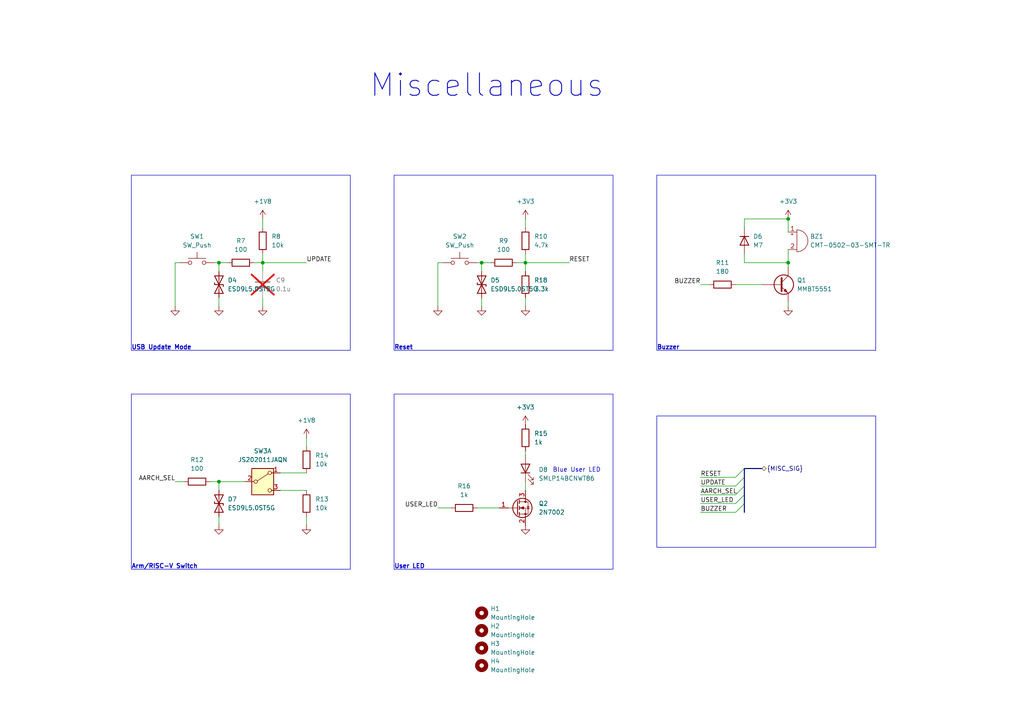
<source format=kicad_sch>
(kicad_sch (version 20250114) (generator "eeschema") (generator_version "9.0")
  (paper "A4")
  (title_block (title "${BOARD_NAME}") (date "${RELEASE_DATE}") (rev "${REVISION}") (company "${COMPANY}") (comment 1 "${VARIANT}"))
  (lib_symbols
    (symbol "Device:Buzzer" (pin_names (offset 0.0254) (hide yes))
      (property "Reference" "BZ" (at 3.81 1.27 0))
      (property "Value" "Buzzer" (at 3.81 -1.27 0))
      (symbol "Buzzer_0_1"
        (polyline (pts (xy -1.651 1.905) (xy -1.143 1.905)))
        (polyline (pts (xy -1.397 2.159) (xy -1.397 1.651)))
        (arc (start 0 3.175) (mid 3.1612 0) (end 0 -3.175))
        (polyline (pts (xy 0 3.175) (xy 0 -3.175)))
      )
      (symbol "Buzzer_1_1"
        (pin passive line (at -2.54 2.54 0) (length 2.54) (name "+") (number "1"))
        (pin passive line (at -2.54 -2.54 0) (length 2.54) (name "-") (number "2"))
      )
    )
    (symbol "Device:C" (pin_numbers (hide yes)) (pin_names (offset 0.254))
      (property "Reference" "C" (at 0.635 2.54 0))
      (property "Value" "C" (at 0.635 -2.54 0))
      (symbol "C_0_1"
        (polyline (pts (xy -2.032 0.762) (xy 2.032 0.762)) (stroke (width 0.508)))
        (polyline (pts (xy -2.032 -0.762) (xy 2.032 -0.762)) (stroke (width 0.508)))
      )
      (symbol "C_1_1"
        (pin passive line (at 0 3.81 270) (length 2.794) (name "~") (number "1"))
        (pin passive line (at 0 -3.81 90) (length 2.794) (name "~") (number "2"))
      )
    )
    (symbol "Device:D" (pin_numbers (hide yes)) (pin_names (offset 1.016) (hide yes))
      (property "Reference" "D" (at 0 2.54 0))
      (property "Value" "D" (at 0 -2.54 0))
      (symbol "D_0_1"
        (polyline (pts (xy -1.27 1.27) (xy -1.27 -1.27)) (stroke (width 0.254)))
        (polyline (pts (xy 1.27 1.27) (xy 1.27 -1.27) (xy -1.27 0) (xy 1.27 1.27)) (stroke (width 0.254)))
        (polyline (pts (xy 1.27 0) (xy -1.27 0)))
      )
      (symbol "D_1_1"
        (pin passive line (at -3.81 0 0) (length 2.54) (name "K") (number "1"))
        (pin passive line (at 3.81 0 180) (length 2.54) (name "A") (number "2"))
      )
    )
    (symbol "Device:D_TVS" (pin_numbers (hide yes)) (pin_names (offset 1.016) (hide yes))
      (property "Reference" "D" (at 0 2.54 0))
      (property "Value" "D_TVS" (at 0 -2.54 0))
      (symbol "D_TVS_0_1"
        (polyline (pts (xy -2.54 1.27) (xy -2.54 -1.27) (xy 2.54 1.27) (xy 2.54 -1.27) (xy -2.54 1.27)) (stroke (width 0.254)))
        (polyline (pts (xy 0.508 1.27) (xy 0 1.27) (xy 0 -1.27) (xy -0.508 -1.27)) (stroke (width 0.254)))
        (polyline (pts (xy 1.27 0) (xy -1.27 0)))
      )
      (symbol "D_TVS_1_1"
        (pin passive line (at -3.81 0 0) (length 2.54) (name "A1") (number "1"))
        (pin passive line (at 3.81 0 180) (length 2.54) (name "A2") (number "2"))
      )
    )
    (symbol "Device:LED" (pin_numbers (hide yes)) (pin_names (offset 1.016) (hide yes))
      (property "Reference" "D" (at 0 2.54 0))
      (property "Value" "LED" (at 0 -2.54 0))
      (symbol "LED_0_1"
        (polyline (pts (xy -3.048 -0.762) (xy -4.572 -2.286) (xy -3.81 -2.286) (xy -4.572 -2.286) (xy -4.572 -1.524)))
        (polyline (pts (xy -1.778 -0.762) (xy -3.302 -2.286) (xy -2.54 -2.286) (xy -3.302 -2.286) (xy -3.302 -1.524)))
        (polyline (pts (xy -1.27 0) (xy 1.27 0)))
        (polyline (pts (xy -1.27 -1.27) (xy -1.27 1.27)) (stroke (width 0.254)))
        (polyline (pts (xy 1.27 -1.27) (xy 1.27 1.27) (xy -1.27 0) (xy 1.27 -1.27)) (stroke (width 0.254)))
      )
      (symbol "LED_1_1"
        (pin passive line (at -3.81 0 0) (length 2.54) (name "K") (number "1"))
        (pin passive line (at 3.81 0 180) (length 2.54) (name "A") (number "2"))
      )
    )
    (symbol "Device:Q_NPN" (pin_numbers (hide yes)) (pin_names (offset 0) (hide yes))
      (property "Reference" "Q" (at 5.08 1.27 0))
      (property "Value" "Q_NPN" (at 5.08 -1.27 0))
      (symbol "Q_NPN_0_1"
        (polyline (pts (xy -2.54 0) (xy 0.635 0)))
        (polyline (pts (xy 0.635 1.905) (xy 0.635 -1.905)) (stroke (width 0.508)))
        (polyline (pts (xy 0.635 0.635) (xy 2.54 2.54)))
        (polyline (pts (xy 0.635 -0.635) (xy 2.54 -2.54)))
        (circle (center 1.27 0) (radius 2.8194) (stroke (width 0.254)))
        (polyline (pts (xy 1.27 -1.778) (xy 1.778 -1.27) (xy 2.286 -2.286) (xy 1.27 -1.778)) (fill (type outline)))
      )
      (symbol "Q_NPN_1_1"
        (pin input line (at -5.08 0 0) (length 2.54) (name "B") (number "B"))
        (pin passive line (at 2.54 5.08 270) (length 2.54) (name "C") (number "C"))
        (pin passive line (at 2.54 -5.08 90) (length 2.54) (name "E") (number "E"))
      )
    )
    (symbol "Device:R" (pin_numbers (hide yes)) (pin_names (offset 0))
      (property "Reference" "R" (at 2.032 0 90))
      (property "Value" "R" (at 0 0 90))
      (symbol "R_0_1"
        (rectangle (start -1.016 -2.54) (end 1.016 2.54) (stroke (width 0.254)))
      )
      (symbol "R_1_1"
        (pin passive line (at 0 3.81 270) (length 1.27) (name "~") (number "1"))
        (pin passive line (at 0 -3.81 90) (length 1.27) (name "~") (number "2"))
      )
    )
    (symbol "Mechanical:MountingHole" (pin_names (offset 1.016)) (in_bom no)
      (property "Reference" "H" (at 0 5.08 0))
      (property "Value" "MountingHole" (at 0 3.175 0))
      (symbol "MountingHole_0_1"
        (circle (center 0 0) (radius 1.27) (stroke (width 1.27)))
      )
    )
    (symbol "Switch:SW_DPDT_x2" (pin_names (offset 0) (hide yes))
      (property "Reference" "SW" (at 0 5.08 0))
      (property "Value" "SW_DPDT_x2" (at 0 -5.08 0))
      (symbol "SW_DPDT_x2_0_0"
        (circle (center -2.032 0) (radius 0.508))
        (circle (center 2.032 -2.54) (radius 0.508))
      )
      (symbol "SW_DPDT_x2_0_1"
        (rectangle (start -3.175 3.81) (end 3.175 -3.81) (stroke (width 0.254)) (fill (type background)))
        (polyline (pts (xy -1.524 0.254) (xy 1.5748 2.286)))
        (circle (center 2.032 2.54) (radius 0.508))
      )
      (symbol "SW_DPDT_x2_1_1"
        (pin passive line (at -5.08 0 0) (length 2.54) (name "B") (number "2"))
        (pin passive line (at 5.08 2.54 180) (length 2.54) (name "A") (number "1"))
        (pin passive line (at 5.08 -2.54 180) (length 2.54) (name "C") (number "3"))
      )
      (symbol "SW_DPDT_x2_2_1"
        (pin passive line (at -5.08 0 0) (length 2.54) (name "B") (number "5"))
        (pin passive line (at 5.08 2.54 180) (length 2.54) (name "A") (number "4"))
        (pin passive line (at 5.08 -2.54 180) (length 2.54) (name "C") (number "6"))
      )
    )
    (symbol "Switch:SW_Push" (pin_numbers (hide yes)) (pin_names (offset 1.016) (hide yes))
      (property "Reference" "SW" (at 1.27 2.54 0))
      (property "Value" "SW_Push" (at 0 -1.524 0))
      (symbol "SW_Push_0_1"
        (circle (center -2.032 0) (radius 0.508))
        (polyline (pts (xy 0 1.27) (xy 0 3.048)))
        (circle (center 2.032 0) (radius 0.508))
        (polyline (pts (xy 2.54 1.27) (xy -2.54 1.27)))
        (pin passive line (at -5.08 0 0) (length 2.54) (name "1") (number "1"))
        (pin passive line (at 5.08 0 180) (length 2.54) (name "2") (number "2"))
      )
    )
    (symbol "Transistor_FET:2N7002" (pin_names (offset 0) (hide yes))
      (property "Reference" "Q" (at 5.08 1.905 0))
      (property "Value" "2N7002" (at 5.08 0 0))
      (symbol "2N7002_0_1"
        (polyline (pts (xy 0.254 1.905) (xy 0.254 -1.905)) (stroke (width 0.254)))
        (polyline (pts (xy 0.254 0) (xy -2.54 0)))
        (polyline (pts (xy 0.762 2.286) (xy 0.762 1.27)) (stroke (width 0.254)))
        (polyline (pts (xy 0.762 0.508) (xy 0.762 -0.508)) (stroke (width 0.254)))
        (polyline (pts (xy 0.762 -1.27) (xy 0.762 -2.286)) (stroke (width 0.254)))
        (polyline (pts (xy 0.762 -1.778) (xy 3.302 -1.778) (xy 3.302 1.778) (xy 0.762 1.778)))
        (polyline (pts (xy 1.016 0) (xy 2.032 0.381) (xy 2.032 -0.381) (xy 1.016 0)) (fill (type outline)))
        (circle (center 1.651 0) (radius 2.794) (stroke (width 0.254)))
        (polyline (pts (xy 2.54 2.54) (xy 2.54 1.778)))
        (circle (center 2.54 1.778) (radius 0.254) (fill (type outline)))
        (circle (center 2.54 -1.778) (radius 0.254) (fill (type outline)))
        (polyline (pts (xy 2.54 -2.54) (xy 2.54 0) (xy 0.762 0)))
        (polyline (pts (xy 2.921 0.381) (xy 3.683 0.381)))
        (polyline (pts (xy 3.302 0.381) (xy 2.921 -0.254) (xy 3.683 -0.254) (xy 3.302 0.381)))
      )
      (symbol "2N7002_1_1"
        (pin input line (at -5.08 0 0) (length 2.54) (name "G") (number "1"))
        (pin passive line (at 2.54 5.08 270) (length 2.54) (name "D") (number "3"))
        (pin passive line (at 2.54 -5.08 90) (length 2.54) (name "S") (number "2"))
      )
    )
    (symbol "power:+1V8" (power) (pin_numbers (hide yes)) (pin_names (offset 0) (hide yes))
      (property "Value" "+1V8" (at 0 3.556 0))
      (symbol "+1V8_0_1"
        (polyline (pts (xy -0.762 1.27) (xy 0 2.54)))
        (polyline (pts (xy 0 2.54) (xy 0.762 1.27)))
        (polyline (pts (xy 0 0) (xy 0 2.54)))
      )
      (symbol "+1V8_1_1"
        (pin power_in line (at 0 0 90) (length 0) (name "~") (number "1"))
      )
    )
    (symbol "power:+3V3" (power) (pin_numbers (hide yes)) (pin_names (offset 0) (hide yes))
      (property "Value" "+3V3" (at 0 3.556 0))
      (symbol "+3V3_0_1"
        (polyline (pts (xy -0.762 1.27) (xy 0 2.54)))
        (polyline (pts (xy 0 2.54) (xy 0.762 1.27)))
        (polyline (pts (xy 0 0) (xy 0 2.54)))
      )
      (symbol "+3V3_1_1"
        (pin power_in line (at 0 0 90) (length 0) (name "~") (number "1"))
      )
    )
    (symbol "power:GND" (power) (pin_numbers (hide yes)) (pin_names (offset 0) (hide yes))
      (property "Value" "GND" (at 0 -3.81 0))
      (symbol "GND_0_1"
        (polyline (pts (xy 0 0) (xy 0 -1.27) (xy 1.27 -1.27) (xy 0 -2.54) (xy -1.27 -1.27) (xy 0 -1.27)))
      )
      (symbol "GND_1_1"
        (pin power_in line (at 0 0 270) (length 0) (name "~") (number "1"))
      )
    )
  )
  (bus_alias "MISC_SIG" (members "UPDATE" "RESET" "AARCH_SEL" "USER_LED" "BUZZER"))
  (rectangle (start 38.1 50.8) (end 101.6 101.6))
  (rectangle (start 190.5 50.8) (end 254 101.6))
  (rectangle (start 190.5 120.65) (end 254 158.75))
  (rectangle (start 114.3 114.3) (end 177.8 165.1))
  (rectangle (start 114.3 50.8) (end 177.8 101.6))
  (rectangle (start 38.1 114.3) (end 101.6 165.1))
  (text "Buzzer" (at 190.5 101.6 0) (effects (font (size 1.27 1.27) (thickness 0.254) (bold yes)) (justify left bottom)))
  (text "USB Update Mode" (at 38.1 101.6 0) (effects (font (size 1.27 1.27) (thickness 0.254) (bold yes)) (justify left bottom)))
  (text "User LED" (at 114.3 165.1 0) (effects (font (size 1.27 1.27) (thickness 0.254) (bold yes)) (justify left bottom)))
  (text "Reset" (at 114.3 101.6 0) (effects (font (size 1.27 1.27) (thickness 0.254) (bold yes)) (justify left bottom)))
  (text "Blue User LED" (at 160.274 136.398 0) (effects (font (size 1.27 1.27)) (justify left)))
  (text "Arm/RISC-V Switch" (at 38.1 165.1 0) (effects (font (size 1.27 1.27) (thickness 0.254) (bold yes)) (justify left bottom)))
  (text "Miscellaneous" (at 141.224 24.892 0) (effects (font (size 6.5024 6.5024) (thickness 0.254) (bold yes))))
  (junction (at 139.7 76.2))
  (junction (at 228.6 63.5))
  (junction (at 152.4 76.2))
  (junction (at 76.2 76.2))
  (junction (at 228.6 76.2))
  (junction (at 63.5 76.2))
  (junction (at 63.5 139.7))
  (bus_entry (at 215.9 140.97) (size -2.54 2.54))
  (bus_entry (at 215.9 138.43) (size -2.54 2.54))
  (bus_entry (at 215.9 146.05) (size -2.54 2.54))
  (bus_entry (at 215.9 143.51) (size -2.54 2.54))
  (bus_entry (at 215.9 135.89) (size -2.54 2.54))
  (bus (pts (xy 215.9 135.89) (xy 215.9 138.43)))
  (wire (pts (xy 63.5 78.74) (xy 63.5 76.2)))
  (wire (pts (xy 50.8 88.9) (xy 50.8 76.2)))
  (wire (pts (xy 139.7 78.74) (xy 139.7 76.2)))
  (wire (pts (xy 213.36 82.55) (xy 220.98 82.55)))
  (wire (pts (xy 228.6 76.2) (xy 228.6 77.47)))
  (wire (pts (xy 203.2 138.43) (xy 213.36 138.43)))
  (bus (pts (xy 220.98 135.89) (xy 215.9 135.89)))
  (wire (pts (xy 203.2 148.59) (xy 213.36 148.59)))
  (wire (pts (xy 76.2 63.5) (xy 76.2 66.04)))
  (wire (pts (xy 228.6 88.9) (xy 228.6 87.63)))
  (bus (pts (xy 215.9 143.51) (xy 215.9 146.05)))
  (bus (pts (xy 215.9 140.97) (xy 215.9 143.51)))
  (wire (pts (xy 165.1 76.2) (xy 152.4 76.2)))
  (wire (pts (xy 63.5 142.24) (xy 63.5 139.7)))
  (wire (pts (xy 76.2 88.9) (xy 76.2 86.36)))
  (wire (pts (xy 63.5 139.7) (xy 71.12 139.7)))
  (wire (pts (xy 152.4 139.7) (xy 152.4 142.24)))
  (wire (pts (xy 76.2 76.2) (xy 76.2 73.66)))
  (wire (pts (xy 152.4 63.5) (xy 152.4 66.04)))
  (wire (pts (xy 203.2 82.55) (xy 205.74 82.55)))
  (wire (pts (xy 138.43 147.32) (xy 144.78 147.32)))
  (wire (pts (xy 63.5 76.2) (xy 66.04 76.2)))
  (wire (pts (xy 50.8 139.7) (xy 53.34 139.7)))
  (wire (pts (xy 139.7 76.2) (xy 142.24 76.2)))
  (wire (pts (xy 203.2 143.51) (xy 213.36 143.51)))
  (wire (pts (xy 149.86 76.2) (xy 152.4 76.2)))
  (wire (pts (xy 152.4 76.2) (xy 152.4 73.66)))
  (wire (pts (xy 63.5 88.9) (xy 63.5 86.36)))
  (wire (pts (xy 139.7 88.9) (xy 139.7 86.36)))
  (wire (pts (xy 63.5 152.4) (xy 63.5 149.86)))
  (wire (pts (xy 88.9 152.4) (xy 88.9 149.86)))
  (wire (pts (xy 127 76.2) (xy 128.27 76.2)))
  (wire (pts (xy 152.4 88.9) (xy 152.4 86.36)))
  (wire (pts (xy 127 147.32) (xy 130.81 147.32)))
  (wire (pts (xy 228.6 76.2) (xy 228.6 72.39)))
  (wire (pts (xy 203.2 140.97) (xy 213.36 140.97)))
  (wire (pts (xy 203.2 146.05) (xy 213.36 146.05)))
  (wire (pts (xy 88.9 76.2) (xy 76.2 76.2)))
  (wire (pts (xy 73.66 76.2) (xy 76.2 76.2)))
  (wire (pts (xy 215.9 73.66) (xy 215.9 76.2)))
  (wire (pts (xy 138.43 76.2) (xy 139.7 76.2)))
  (wire (pts (xy 60.96 139.7) (xy 63.5 139.7)))
  (wire (pts (xy 228.6 63.5) (xy 228.6 67.31)))
  (wire (pts (xy 215.9 76.2) (xy 228.6 76.2)))
  (wire (pts (xy 152.4 132.08) (xy 152.4 130.81)))
  (wire (pts (xy 76.2 78.74) (xy 76.2 76.2)))
  (wire (pts (xy 215.9 66.04) (xy 215.9 63.5)))
  (wire (pts (xy 81.28 142.24) (xy 88.9 142.24)))
  (wire (pts (xy 152.4 78.74) (xy 152.4 76.2)))
  (bus (pts (xy 215.9 138.43) (xy 215.9 140.97)))
  (wire (pts (xy 81.28 137.16) (xy 88.9 137.16)))
  (wire (pts (xy 215.9 63.5) (xy 228.6 63.5)))
  (bus (pts (xy 215.9 146.05) (xy 215.9 148.59)))
  (wire (pts (xy 127 88.9) (xy 127 76.2)))
  (wire (pts (xy 50.8 76.2) (xy 52.07 76.2)))
  (wire (pts (xy 62.23 76.2) (xy 63.5 76.2)))
  (wire (pts (xy 88.9 127) (xy 88.9 129.54)))
  (label "RESET" (at 165.1 76.2 0))
  (label "USER_LED" (at 127 147.32 180))
  (label "USER_LED" (at 203.2 146.05 0))
  (label "BUZZER" (at 203.2 148.59 0))
  (label "AARCH_SEL" (at 50.8 139.7 180))
  (label "UPDATE" (at 88.9 76.2 0))
  (label "UPDATE" (at 203.2 140.97 0))
  (label "BUZZER" (at 203.2 82.55 180))
  (label "AARCH_SEL" (at 203.2 143.51 0))
  (label "RESET" (at 203.2 138.43 0))
  (hierarchical_label "{MISC_SIG}" (shape bidirectional) (at 220.98 135.89 0))
  (symbol (lib_id "Device:D_TVS") (at 139.7 82.55 90) (unit 1)
    (property "Reference" "D5" (at 142.24 81.2799 90) (effects (justify right)))
    (property "Value" "ESD9L5.0ST5G" (at 142.24 83.8199 90) (effects (justify right)))
    (property "Footprint" "Diode_SMD:D_SOD-923" (effects (hide yes)))
    (property "Datasheet" "https://www.onsemi.com/pdf/datasheet/esd9l-d.pdf" (effects (hide yes)))
    (property "Description" "Bidirectional transient-voltage-suppression diode" (effects (hide yes)))
    (property "JLC Part Type" "Extended" (effects (hide yes)))
    (property "Manafacturer" "onsemi" (effects (hide yes)))
    (property "Part Number" "ESD9L5.0ST5G " (effects (hide yes)))
  )
  (symbol (lib_id "Device:Q_NPN") (at 226.06 82.55 0) (unit 1)
    (property "Reference" "Q1" (at 231.14 81.2799 0) (effects (justify left)))
    (property "Value" "MMBT5551" (at 231.14 83.8199 0) (effects (justify left)))
    (property "Footprint" "Package_TO_SOT_SMD:SOT-23" (effects (hide yes)))
    (property "Datasheet" "https://diotec.com/request/datasheet/mmbt5551.pdf" (effects (hide yes)))
    (property "Description" "NPN bipolar junction transistor" (effects (hide yes)))
    (property "JLC Part Type" "Basic" (effects (hide yes)))
    (property "Manafacturer" "Diotec Semiconductor" (effects (hide yes)))
    (property "Part Number" "MMBT5551" (effects (hide yes)))
  )
  (symbol (lib_id "Device:Buzzer") (at 231.14 69.85 0) (unit 1)
    (property "Reference" "BZ1" (at 234.95 68.5799 0) (effects (justify left)))
    (property "Value" "CMT-0502-03-SMT-TR" (at 234.95 71.1199 0) (effects (justify left)))
    (property "Footprint" "CMT-0502-03-SMT-TR:XDCR_CMT-0502-03-SMT-TR" (effects (hide yes)))
    (property "Datasheet" "https://www.mouser.com/datasheet/3/6118/1/cmt_0502_03_smt_tr.pdf" (effects (hide yes)))
    (property "Description" "Buzzer, polarized" (effects (hide yes)))
    (property "Manafacturer" "Same Sky" (effects (hide yes)))
    (property "Part Number" "CMT-0502-03-SMT-TR" (effects (hide yes)))
  )
  (symbol (lib_id "power:GND") (at 127 88.9 0) (unit 1)
    (property "Reference" "#PWR032" (effects (hide yes)))
    (property "Value" "GND" (effects (hide yes)))
    (property "Description" "Power symbol creates a global label with name \"GND\" , ground" (effects (hide yes)))
  )
  (symbol (lib_id "Device:D") (at 215.9 69.85 270) (unit 1)
    (property "Reference" "D6" (at 218.44 68.5799 90) (effects (justify left)))
    (property "Value" "M7" (at 218.44 71.1199 90) (effects (justify left)))
    (property "Footprint" "Diode_SMD:D_SMA" (effects (hide yes)))
    (property "Datasheet" "https://diotec.com/request/datasheet/m1.pdf" (effects (hide yes)))
    (property "Description" "Diode" (effects (hide yes)))
    (property "Sim.Device" "D" (effects (hide yes)))
    (property "Sim.Pins" "1=K 2=A" (effects (hide yes)))
    (property "Manafacturer" "Diotec Semiconductor" (effects (hide yes)))
    (property "Part Number" "M7" (effects (hide yes)))
    (property "JLC Part Type" "Basic" (effects (hide yes)))
  )
  (symbol (lib_id "Switch:SW_DPDT_x2") (at 76.2 139.7 0) (unit 1)
    (property "Reference" "SW3" (at 76.2 130.81 0))
    (property "Value" "JS202011JAQN" (at 76.2 133.35 0))
    (property "Footprint" "Button_Switch_THT:SW_CK_JS202011AQN_DPDT_Angled" (effects (hide yes)))
    (property "Datasheet" "https://www.ckswitches.com/media/1422/js.pdf" (effects (hide yes)))
    (property "Description" "Switch, dual pole double throw, separate symbols" (effects (hide yes)))
    (property "Manafacturer" "C&K" (effects (hide yes)))
    (property "Part Number" "JS202011JAQN" (effects (hide yes)))
    (property "JLC Part Type" "Extended" (effects (hide yes)))
  )
  (symbol (lib_id "power:+1V8") (at 76.2 63.5 0) (unit 1)
    (property "Reference" "#PWR031" (effects (hide yes)))
    (property "Value" "+1V8" (at 76.2 58.42 0))
    (property "Description" "Power symbol creates a global label with name \"+1V8\"" (effects (hide yes)))
  )
  (symbol (lib_id "Device:R") (at 152.4 69.85 180) (unit 1)
    (property "Reference" "R10" (at 154.94 68.5799 0) (effects (justify right)))
    (property "Value" "4.7k" (at 154.94 71.1199 0) (effects (justify right)))
    (property "Footprint" "Resistor_SMD:R_0402_1005Metric_Pad0.72x0.64mm_HandSolder" (effects (hide yes)))
    (property "Datasheet" "https://www.mouser.com/datasheet/3/5925/1/1.pdf" (effects (hide yes)))
    (property "Description" "Resistor" (effects (hide yes)))
    (property "JLC Part Type" "Basic" (effects (hide yes)))
    (property "Manafacturer" "Royalohm" (effects (hide yes)))
    (property "Part Number" "0402WGF4701TCE" (effects (hide yes)))
  )
  (symbol (lib_id "Device:R") (at 76.2 69.85 180) (unit 1)
    (property "Reference" "R8" (at 78.74 68.5799 0) (effects (justify right)))
    (property "Value" "10k" (at 78.74 71.1199 0) (effects (justify right)))
    (property "Footprint" "Resistor_SMD:R_0402_1005Metric_Pad0.72x0.64mm_HandSolder" (effects (hide yes)))
    (property "Datasheet" "https://www.mouser.com/datasheet/3/5925/1/1.pdf" (effects (hide yes)))
    (property "Description" "Resistor" (effects (hide yes)))
    (property "JLC Part Type" "Basic" (effects (hide yes)))
    (property "Manafacturer" "Royalohm" (effects (hide yes)))
    (property "Part Number" "0402WGJ0103TCE" (effects (hide yes)))
  )
  (symbol (lib_id "power:+3V3") (at 152.4 123.19 0) (unit 1)
    (property "Reference" "#PWR042" (effects (hide yes)))
    (property "Value" "+3V3" (at 152.4 118.11 0))
    (property "Description" "Power symbol creates a global label with name \"+3V3\"" (effects (hide yes)))
  )
  (symbol (lib_id "power:GND") (at 88.9 152.4 0) (unit 1)
    (property "Reference" "#PWR039" (effects (hide yes)))
    (property "Value" "GND" (effects (hide yes)))
    (property "Description" "Power symbol creates a global label with name \"GND\" , ground" (effects (hide yes)))
  )
  (symbol (lib_id "Transistor_FET:2N7002") (at 149.86 147.32 0) (unit 1)
    (property "Reference" "Q2" (at 156.21 146.0499 0) (effects (justify left)))
    (property "Value" "2N7002" (at 156.21 148.5899 0) (effects (justify left)))
    (property "Footprint" "Package_TO_SOT_SMD:SOT-23" (effects (hide yes)))
    (property "Datasheet" "https://www.onsemi.com/pub/Collateral/NDS7002A-D.PDF" (effects (hide yes)))
    (property "Description" "0.115A Id, 60V Vds, N-Channel MOSFET, SOT-23" (effects (hide yes)))
    (property "JLC Part Type" "Basic" (effects (hide yes)))
    (property "Manafacturer" "onsemi / Fairchild" (effects (hide yes)))
    (property "Part Number" "2N7002" (effects (hide yes)))
  )
  (symbol (lib_id "Mechanical:MountingHole") (at 139.7 193.04 0) (unit 1) (in_bom no)
    (property "Reference" "H4" (at 142.24 191.7699 0) (effects (justify left)))
    (property "Value" "MountingHole" (at 142.24 194.3099 0) (effects (justify left)))
    (property "Footprint" "MountingHole:MountingHole_2.2mm_M2_DIN965_Pad" (effects (hide yes)))
    (property "Description" "Mounting Hole without connection" (effects (hide yes)))
  )
  (symbol (lib_id "Device:D_TVS") (at 63.5 82.55 90) (unit 1)
    (property "Reference" "D4" (at 66.04 81.2799 90) (effects (justify right)))
    (property "Value" "ESD9L5.0ST5G" (at 66.04 83.8199 90) (effects (justify right)))
    (property "Footprint" "Diode_SMD:D_SOD-923" (effects (hide yes)))
    (property "Datasheet" "https://www.onsemi.com/pdf/datasheet/esd9l-d.pdf" (effects (hide yes)))
    (property "Description" "Bidirectional transient-voltage-suppression diode" (effects (hide yes)))
    (property "JLC Part Type" "Extended" (effects (hide yes)))
    (property "Manafacturer" "onsemi" (effects (hide yes)))
    (property "Part Number" "ESD9L5.0ST5G " (effects (hide yes)))
  )
  (symbol (lib_id "power:GND") (at 76.2 88.9 0) (unit 1)
    (property "Reference" "#PWR030" (effects (hide yes)))
    (property "Value" "GND" (effects (hide yes)))
    (property "Description" "Power symbol creates a global label with name \"GND\" , ground" (effects (hide yes)))
  )
  (symbol (lib_id "Device:D_TVS") (at 63.5 146.05 90) (unit 1)
    (property "Reference" "D7" (at 66.04 144.7799 90) (effects (justify right)))
    (property "Value" "ESD9L5.0ST5G" (at 66.04 147.3199 90) (effects (justify right)))
    (property "Footprint" "Diode_SMD:D_SOD-923" (effects (hide yes)))
    (property "Datasheet" "https://www.onsemi.com/pdf/datasheet/esd9l-d.pdf" (effects (hide yes)))
    (property "Description" "Bidirectional transient-voltage-suppression diode" (effects (hide yes)))
    (property "JLC Part Type" "Extended" (effects (hide yes)))
    (property "Manafacturer" "onsemi" (effects (hide yes)))
    (property "Part Number" "ESD9L5.0ST5G " (effects (hide yes)))
  )
  (symbol (lib_id "power:+3V3") (at 228.6 63.5 0) (unit 1)
    (property "Reference" "#PWR036" (effects (hide yes)))
    (property "Value" "+3V3" (at 228.6 58.42 0))
    (property "Description" "Power symbol creates a global label with name \"+3V3\"" (effects (hide yes)))
  )
  (symbol (lib_id "Device:R") (at 152.4 82.55 180) (unit 1)
    (property "Reference" "R18" (at 154.94 81.2799 0) (effects (justify right)))
    (property "Value" "3.3k" (at 154.94 83.8199 0) (effects (justify right)))
    (property "Footprint" "Resistor_SMD:R_0402_1005Metric_Pad0.72x0.64mm_HandSolder" (effects (hide yes)))
    (property "Datasheet" "https://www.mouser.com/datasheet/3/5925/1/1.pdf" (effects (hide yes)))
    (property "Description" "Resistor" (effects (hide yes)))
    (property "JLC Part Type" "Basic" (effects (hide yes)))
    (property "Manafacturer" "Royalohm" (effects (hide yes)))
    (property "Part Number" "0402WGF3301TCE" (effects (hide yes)))
  )
  (symbol (lib_id "power:GND") (at 63.5 88.9 0) (unit 1)
    (property "Reference" "#PWR029" (effects (hide yes)))
    (property "Value" "GND" (effects (hide yes)))
    (property "Description" "Power symbol creates a global label with name \"GND\" , ground" (effects (hide yes)))
  )
  (symbol (lib_id "power:GND") (at 63.5 152.4 0) (unit 1)
    (property "Reference" "#PWR038" (effects (hide yes)))
    (property "Value" "GND" (effects (hide yes)))
    (property "Description" "Power symbol creates a global label with name \"GND\" , ground" (effects (hide yes)))
  )
  (symbol (lib_id "power:+3V3") (at 152.4 63.5 0) (unit 1)
    (property "Reference" "#PWR034" (effects (hide yes)))
    (property "Value" "+3V3" (at 152.4 58.42 0))
    (property "Description" "Power symbol creates a global label with name \"+3V3\"" (effects (hide yes)))
  )
  (symbol (lib_id "Switch:SW_Push") (at 133.35 76.2 0) (unit 1)
    (property "Reference" "SW2" (at 133.35 68.58 0))
    (property "Value" "SW_Push" (at 133.35 71.12 0))
    (property "Footprint" "Button_Switch_SMD:SW_Push_1P1T_NO_CK_KMR2" (effects (hide yes)))
    (property "Datasheet" "https://www.ckswitches.com/media/1479/kmr2.pdf" (effects (hide yes)))
    (property "Description" "Push button switch, generic, two pins" (effects (hide yes)))
    (property "Manafacturer" "C&K" (effects (hide yes)))
    (property "Part Number" "KMR211GLFS" (effects (hide yes)))
    (property "JLC Part Type" "Extended" (effects (hide yes)))
  )
  (symbol (lib_id "Device:R") (at 88.9 133.35 0) (unit 1)
    (property "Reference" "R14" (at 91.44 132.0799 0) (effects (justify left)))
    (property "Value" "10k" (at 91.44 134.6199 0) (effects (justify left)))
    (property "Footprint" "Resistor_SMD:R_0402_1005Metric_Pad0.72x0.64mm_HandSolder" (effects (hide yes)))
    (property "Datasheet" "https://www.mouser.com/datasheet/3/5925/1/1.pdf" (effects (hide yes)))
    (property "Description" "Resistor" (effects (hide yes)))
    (property "JLC Part Type" "Basic" (effects (hide yes)))
    (property "Manafacturer" "Royalohm" (effects (hide yes)))
    (property "Part Number" "0402WGJ0103TCE" (effects (hide yes)))
  )
  (symbol (lib_id "Device:C") (at 76.2 82.55 0) (unit 1) (dnp yes)
    (property "Reference" "C9" (at 80.01 81.2799 0) (effects (justify left)))
    (property "Value" "0.1u" (at 80.01 83.8199 0) (effects (justify left)))
    (property "Footprint" "Capacitor_SMD:C_0402_1005Metric" (effects (hide yes)))
    (property "Datasheet" "https://www.samsungsem.com/resources/file/global/support/product_catalog/MLCC.pdf" (effects (hide yes)))
    (property "Description" "Unpolarized capacitor" (effects (hide yes)))
    (property "JLC Part Type" "Basic" (effects (hide yes)))
    (property "Manafacturer" "Samsung Electro-Mechanics" (effects (hide yes)))
    (property "Part Number" "CL05B104KO5NNNC" (effects (hide yes)))
  )
  (symbol (lib_id "Device:R") (at 134.62 147.32 270) (unit 1)
    (property "Reference" "R16" (at 134.62 140.97 90))
    (property "Value" "1k" (at 134.62 143.51 90))
    (property "Footprint" "Resistor_SMD:R_0402_1005Metric_Pad0.72x0.64mm_HandSolder" (effects (hide yes)))
    (property "Datasheet" "https://www.mouser.com/datasheet/3/5925/1/1.pdf" (effects (hide yes)))
    (property "Description" "Resistor" (effects (hide yes)))
    (property "JLC Part Type" "Basic" (effects (hide yes)))
    (property "Manafacturer" "Royalohm" (effects (hide yes)))
    (property "Part Number" "0402WGF1001TCE" (effects (hide yes)))
  )
  (symbol (lib_id "Device:R") (at 88.9 146.05 0) (unit 1)
    (property "Reference" "R13" (at 91.44 144.7799 0) (effects (justify left)))
    (property "Value" "10k" (at 91.44 147.3199 0) (effects (justify left)))
    (property "Footprint" "Resistor_SMD:R_0402_1005Metric_Pad0.72x0.64mm_HandSolder" (effects (hide yes)))
    (property "Datasheet" "https://www.mouser.com/datasheet/3/5925/1/1.pdf" (effects (hide yes)))
    (property "Description" "Resistor" (effects (hide yes)))
    (property "JLC Part Type" "Basic" (effects (hide yes)))
    (property "Manafacturer" "Royalohm" (effects (hide yes)))
    (property "Part Number" "0402WGJ0103TCE" (effects (hide yes)))
  )
  (symbol (lib_id "power:GND") (at 152.4 152.4 0) (unit 1)
    (property "Reference" "#PWR041" (effects (hide yes)))
    (property "Value" "GND" (effects (hide yes)))
    (property "Description" "Power symbol creates a global label with name \"GND\" , ground" (effects (hide yes)))
  )
  (symbol (lib_id "power:GND") (at 139.7 88.9 0) (unit 1)
    (property "Reference" "#PWR033" (effects (hide yes)))
    (property "Value" "GND" (effects (hide yes)))
    (property "Description" "Power symbol creates a global label with name \"GND\" , ground" (effects (hide yes)))
  )
  (symbol (lib_id "Device:R") (at 57.15 139.7 90) (unit 1)
    (property "Reference" "R12" (at 57.15 133.35 90))
    (property "Value" "100" (at 57.15 135.89 90))
    (property "Footprint" "Resistor_SMD:R_0402_1005Metric_Pad0.72x0.64mm_HandSolder" (effects (hide yes)))
    (property "Datasheet" "https://www.mouser.com/datasheet/3/5925/1/1.pdf" (effects (hide yes)))
    (property "Description" "Resistor" (effects (hide yes)))
    (property "JLC Part Type" "Basic" (effects (hide yes)))
    (property "Manafacturer" "Royalohm" (effects (hide yes)))
    (property "Part Number" "0402WGF1000TCE" (effects (hide yes)))
  )
  (symbol (lib_id "Mechanical:MountingHole") (at 139.7 177.8 0) (unit 1) (in_bom no)
    (property "Reference" "H1" (at 142.24 176.5299 0) (effects (justify left)))
    (property "Value" "MountingHole" (at 142.24 179.0699 0) (effects (justify left)))
    (property "Footprint" "MountingHole:MountingHole_2.2mm_M2_DIN965_Pad" (effects (hide yes)))
    (property "Description" "Mounting Hole without connection" (effects (hide yes)))
  )
  (symbol (lib_id "Device:R") (at 152.4 127 180) (unit 1)
    (property "Reference" "R15" (at 154.94 125.7299 0) (effects (justify right)))
    (property "Value" "1k" (at 154.94 128.2699 0) (effects (justify right)))
    (property "Footprint" "Resistor_SMD:R_0402_1005Metric_Pad0.72x0.64mm_HandSolder" (effects (hide yes)))
    (property "Datasheet" "https://www.mouser.com/datasheet/3/5925/1/1.pdf" (effects (hide yes)))
    (property "Description" "Resistor" (effects (hide yes)))
    (property "JLC Part Type" "Basic" (effects (hide yes)))
    (property "Manafacturer" "Royalohm" (effects (hide yes)))
    (property "Part Number" "0402WGF1001TCE" (effects (hide yes)))
  )
  (symbol (lib_id "power:GND") (at 50.8 88.9 0) (unit 1)
    (property "Reference" "#PWR028" (effects (hide yes)))
    (property "Value" "GND" (effects (hide yes)))
    (property "Description" "Power symbol creates a global label with name \"GND\" , ground" (effects (hide yes)))
  )
  (symbol (lib_id "power:+1V8") (at 88.9 127 0) (unit 1)
    (property "Reference" "#PWR040" (effects (hide yes)))
    (property "Value" "+1V8" (at 88.9 121.92 0))
    (property "Description" "Power symbol creates a global label with name \"+1V8\"" (effects (hide yes)))
  )
  (symbol (lib_id "power:GND") (at 152.4 88.9 0) (unit 1)
    (property "Reference" "#PWR035" (effects (hide yes)))
    (property "Value" "GND" (effects (hide yes)))
    (property "Description" "Power symbol creates a global label with name \"GND\" , ground" (effects (hide yes)))
  )
  (symbol (lib_id "Device:R") (at 69.85 76.2 90) (unit 1)
    (property "Reference" "R7" (at 69.85 69.85 90))
    (property "Value" "100" (at 69.85 72.39 90))
    (property "Footprint" "Resistor_SMD:R_0402_1005Metric_Pad0.72x0.64mm_HandSolder" (effects (hide yes)))
    (property "Datasheet" "https://www.mouser.com/datasheet/3/5925/1/1.pdf" (effects (hide yes)))
    (property "Description" "Resistor" (effects (hide yes)))
    (property "JLC Part Type" "Basic" (effects (hide yes)))
    (property "Manafacturer" "Royalohm" (effects (hide yes)))
    (property "Part Number" "0402WGF1000TCE" (effects (hide yes)))
  )
  (symbol (lib_id "Device:LED") (at 152.4 135.89 90) (unit 1)
    (property "Reference" "D8" (at 156.21 136.2074 90) (effects (justify right)))
    (property "Value" "SMLP14BCNWT86" (at 156.21 138.7474 90) (effects (justify right)))
    (property "Footprint" "LED_SMD:LED_0402_1005Metric" (effects (hide yes)))
    (property "Datasheet" "https://www.rohm.com/datasheet?p=SMLP14BCNW&dist=Mouser&media=referral&source=mouser.com&campaign=Mouser" (effects (hide yes)))
    (property "Description" "Light emitting diode" (effects (hide yes)))
    (property "Sim.Pins" "1=K 2=A" (effects (hide yes)))
    (property "JLC Part Type" "Extended" (effects (hide yes)))
    (property "Manafacturer" "Rohm Semiconductor" (effects (hide yes)))
    (property "Part Number" "SMLP14BCNWT86" (effects (hide yes)))
  )
  (symbol (lib_id "power:GND") (at 228.6 88.9 0) (unit 1)
    (property "Reference" "#PWR037" (effects (hide yes)))
    (property "Value" "GND" (effects (hide yes)))
    (property "Description" "Power symbol creates a global label with name \"GND\" , ground" (effects (hide yes)))
  )
  (symbol (lib_id "Device:R") (at 209.55 82.55 90) (unit 1)
    (property "Reference" "R11" (at 209.55 76.2 90))
    (property "Value" "180" (at 209.55 78.74 90))
    (property "Footprint" "Resistor_SMD:R_0402_1005Metric_Pad0.72x0.64mm_HandSolder" (effects (hide yes)))
    (property "Datasheet" "https://www.mouser.com/datasheet/3/5925/1/1.pdf" (effects (hide yes)))
    (property "Description" "Resistor" (effects (hide yes)))
    (property "JLC Part Type" "Basic" (effects (hide yes)))
    (property "Manafacturer" "Royalohm" (effects (hide yes)))
    (property "Part Number" "0402WGJ0181TCE" (effects (hide yes)))
  )
  (symbol (lib_id "Mechanical:MountingHole") (at 139.7 182.88 0) (unit 1) (in_bom no)
    (property "Reference" "H2" (at 142.24 181.6099 0) (effects (justify left)))
    (property "Value" "MountingHole" (at 142.24 184.1499 0) (effects (justify left)))
    (property "Footprint" "MountingHole:MountingHole_2.2mm_M2_DIN965_Pad" (effects (hide yes)))
    (property "Description" "Mounting Hole without connection" (effects (hide yes)))
  )
  (symbol (lib_id "Switch:SW_Push") (at 57.15 76.2 0) (unit 1)
    (property "Reference" "SW1" (at 57.15 68.58 0))
    (property "Value" "SW_Push" (at 57.15 71.12 0))
    (property "Footprint" "Button_Switch_SMD:SW_Push_1P1T_NO_CK_KMR2" (effects (hide yes)))
    (property "Datasheet" "https://www.ckswitches.com/media/1479/kmr2.pdf" (effects (hide yes)))
    (property "Description" "Push button switch, generic, two pins" (effects (hide yes)))
    (property "Manafacturer" "C&K" (effects (hide yes)))
    (property "Part Number" "KMR211GLFS" (effects (hide yes)))
    (property "JLC Part Type" "Extended" (effects (hide yes)))
  )
  (symbol (lib_id "Mechanical:MountingHole") (at 139.7 187.96 0) (unit 1) (in_bom no)
    (property "Reference" "H3" (at 142.24 186.6899 0) (effects (justify left)))
    (property "Value" "MountingHole" (at 142.24 189.2299 0) (effects (justify left)))
    (property "Footprint" "MountingHole:MountingHole_2.2mm_M2_DIN965_Pad" (effects (hide yes)))
    (property "Description" "Mounting Hole without connection" (effects (hide yes)))
  )
  (symbol (lib_id "Device:R") (at 146.05 76.2 90) (unit 1)
    (property "Reference" "R9" (at 146.05 69.85 90))
    (property "Value" "100" (at 146.05 72.39 90))
    (property "Footprint" "Resistor_SMD:R_0402_1005Metric_Pad0.72x0.64mm_HandSolder" (effects (hide yes)))
    (property "Datasheet" "https://www.mouser.com/datasheet/3/5925/1/1.pdf" (effects (hide yes)))
    (property "Description" "Resistor" (effects (hide yes)))
    (property "JLC Part Type" "Basic" (effects (hide yes)))
    (property "Manafacturer" "Royalohm" (effects (hide yes)))
    (property "Part Number" "0402WGF1000TCE" (effects (hide yes)))
  )
)
</source>
